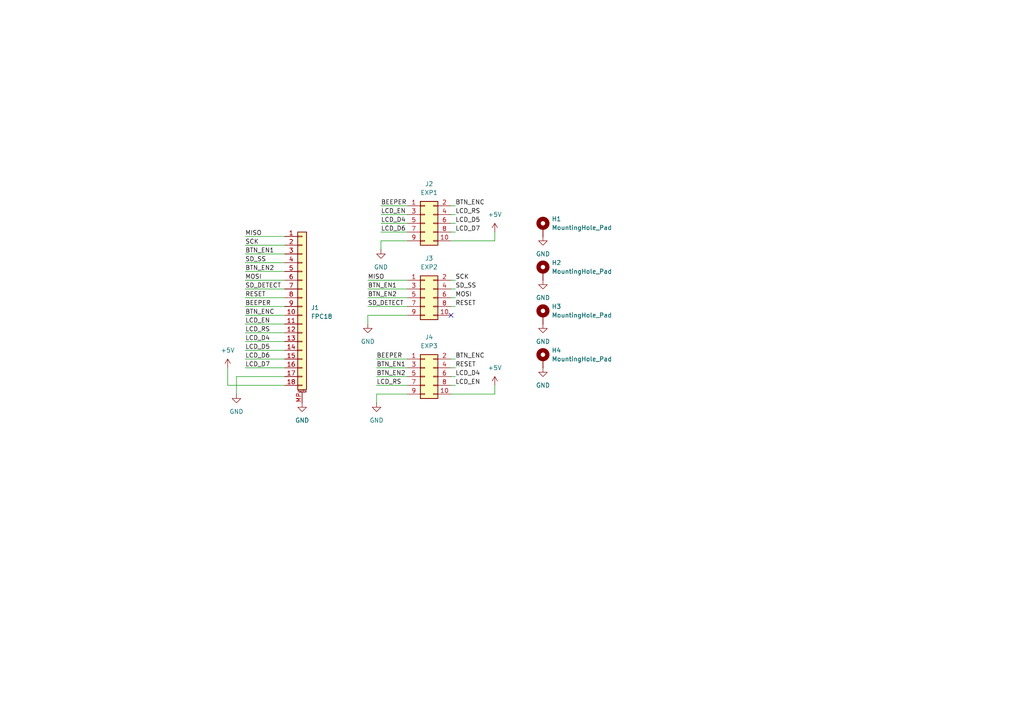
<source format=kicad_sch>
(kicad_sch (version 20231120) (generator "eeschema") (generator_version "8.0")
  (paper "A4")
  (lib_symbols
    (symbol "Connector_Generic:Conn_02x05_Odd_Even" (pin_names (offset 1.016) hide)
      (property "Reference" "J" (at 1.27 7.62 0))
      (property "Value" "Conn_02x05_Odd_Even" (at 1.27 -7.62 0))
      (symbol "Conn_02x05_Odd_Even_1_1"
        (rectangle (start -1.27 -4.953) (end 0 -5.207) (stroke (width 0.1524)))
        (rectangle (start -1.27 -2.413) (end 0 -2.667) (stroke (width 0.1524)))
        (rectangle (start -1.27 0.127) (end 0 -0.127) (stroke (width 0.1524)))
        (rectangle (start -1.27 2.667) (end 0 2.413) (stroke (width 0.1524)))
        (rectangle (start -1.27 5.207) (end 0 4.953) (stroke (width 0.1524)))
        (rectangle (start -1.27 6.35) (end 3.81 -6.35) (stroke (width 0.254)) (fill (type background)))
        (rectangle (start 3.81 -4.953) (end 2.54 -5.207) (stroke (width 0.1524)))
        (rectangle (start 3.81 -2.413) (end 2.54 -2.667) (stroke (width 0.1524)))
        (rectangle (start 3.81 0.127) (end 2.54 -0.127) (stroke (width 0.1524)))
        (rectangle (start 3.81 2.667) (end 2.54 2.413) (stroke (width 0.1524)))
        (rectangle (start 3.81 5.207) (end 2.54 4.953) (stroke (width 0.1524)))
        (pin passive line (at -5.08 5.08 0) (length 3.81) (name "Pin_1") (number "1"))
        (pin passive line (at 7.62 -5.08 180) (length 3.81) (name "Pin_10") (number "10"))
        (pin passive line (at 7.62 5.08 180) (length 3.81) (name "Pin_2") (number "2"))
        (pin passive line (at -5.08 2.54 0) (length 3.81) (name "Pin_3") (number "3"))
        (pin passive line (at 7.62 2.54 180) (length 3.81) (name "Pin_4") (number "4"))
        (pin passive line (at -5.08 0 0) (length 3.81) (name "Pin_5") (number "5"))
        (pin passive line (at 7.62 0 180) (length 3.81) (name "Pin_6") (number "6"))
        (pin passive line (at -5.08 -2.54 0) (length 3.81) (name "Pin_7") (number "7"))
        (pin passive line (at 7.62 -2.54 180) (length 3.81) (name "Pin_8") (number "8"))
        (pin passive line (at -5.08 -5.08 0) (length 3.81) (name "Pin_9") (number "9"))
      )
    )
    (symbol "Connector_Generic_MountingPin:Conn_01x18_MountingPin" (pin_names (offset 1.016) hide)
      (property "Reference" "J" (at 0 22.86 0))
      (property "Value" "Conn_01x18_MountingPin" (at 1.27 -25.4 0))
      (symbol "Conn_01x18_MountingPin_1_1"
        (rectangle (start -1.27 -22.733) (end 0 -22.987) (stroke (width 0.1524)))
        (rectangle (start -1.27 -20.193) (end 0 -20.447) (stroke (width 0.1524)))
        (rectangle (start -1.27 -17.653) (end 0 -17.907) (stroke (width 0.1524)))
        (rectangle (start -1.27 -15.113) (end 0 -15.367) (stroke (width 0.1524)))
        (rectangle (start -1.27 -12.573) (end 0 -12.827) (stroke (width 0.1524)))
        (rectangle (start -1.27 -10.033) (end 0 -10.287) (stroke (width 0.1524)))
        (rectangle (start -1.27 -7.493) (end 0 -7.747) (stroke (width 0.1524)))
        (rectangle (start -1.27 -4.953) (end 0 -5.207) (stroke (width 0.1524)))
        (rectangle (start -1.27 -2.413) (end 0 -2.667) (stroke (width 0.1524)))
        (rectangle (start -1.27 0.127) (end 0 -0.127) (stroke (width 0.1524)))
        (rectangle (start -1.27 2.667) (end 0 2.413) (stroke (width 0.1524)))
        (rectangle (start -1.27 5.207) (end 0 4.953) (stroke (width 0.1524)))
        (rectangle (start -1.27 7.747) (end 0 7.493) (stroke (width 0.1524)))
        (rectangle (start -1.27 10.287) (end 0 10.033) (stroke (width 0.1524)))
        (rectangle (start -1.27 12.827) (end 0 12.573) (stroke (width 0.1524)))
        (rectangle (start -1.27 15.367) (end 0 15.113) (stroke (width 0.1524)))
        (rectangle (start -1.27 17.907) (end 0 17.653) (stroke (width 0.1524)))
        (rectangle (start -1.27 20.447) (end 0 20.193) (stroke (width 0.1524)))
        (rectangle (start -1.27 21.59) (end 1.27 -24.13) (stroke (width 0.254)) (fill (type background)))
        (polyline (pts (xy -1.016 -24.892) (xy 1.016 -24.892)) (stroke (width 0.1524)))
        (text "Mounting" (at 0 -24.511 0) (effects (font (size 0.381 0.381))))
        (pin passive line (at -5.08 20.32 0) (length 3.81) (name "Pin_1") (number "1"))
        (pin passive line (at -5.08 -2.54 0) (length 3.81) (name "Pin_10") (number "10"))
        (pin passive line (at -5.08 -5.08 0) (length 3.81) (name "Pin_11") (number "11"))
        (pin passive line (at -5.08 -7.62 0) (length 3.81) (name "Pin_12") (number "12"))
        (pin passive line (at -5.08 -10.16 0) (length 3.81) (name "Pin_13") (number "13"))
        (pin passive line (at -5.08 -12.7 0) (length 3.81) (name "Pin_14") (number "14"))
        (pin passive line (at -5.08 -15.24 0) (length 3.81) (name "Pin_15") (number "15"))
        (pin passive line (at -5.08 -17.78 0) (length 3.81) (name "Pin_16") (number "16"))
        (pin passive line (at -5.08 -20.32 0) (length 3.81) (name "Pin_17") (number "17"))
        (pin passive line (at -5.08 -22.86 0) (length 3.81) (name "Pin_18") (number "18"))
        (pin passive line (at -5.08 17.78 0) (length 3.81) (name "Pin_2") (number "2"))
        (pin passive line (at -5.08 15.24 0) (length 3.81) (name "Pin_3") (number "3"))
        (pin passive line (at -5.08 12.7 0) (length 3.81) (name "Pin_4") (number "4"))
        (pin passive line (at -5.08 10.16 0) (length 3.81) (name "Pin_5") (number "5"))
        (pin passive line (at -5.08 7.62 0) (length 3.81) (name "Pin_6") (number "6"))
        (pin passive line (at -5.08 5.08 0) (length 3.81) (name "Pin_7") (number "7"))
        (pin passive line (at -5.08 2.54 0) (length 3.81) (name "Pin_8") (number "8"))
        (pin passive line (at -5.08 0 0) (length 3.81) (name "Pin_9") (number "9"))
        (pin passive line (at 0 -27.94 90) (length 3.048) (name "MountPin") (number "MP"))
      )
    )
    (symbol "Mechanical:MountingHole_Pad" (pin_numbers hide) (pin_names (offset 1.016) hide) (exclude_from_sim yes) (in_bom no)
      (property "Reference" "H" (at 0 6.35 0))
      (property "Value" "MountingHole_Pad" (at 0 4.445 0))
      (symbol "MountingHole_Pad_0_1"
        (circle (center 0 1.27) (radius 1.27) (stroke (width 1.27)))
      )
      (symbol "MountingHole_Pad_1_1"
        (pin input line (at 0 -2.54 90) (length 2.54) (name "1") (number "1"))
      )
    )
    (symbol "power:+5V" (power) (pin_numbers hide) (pin_names (offset 0) hide)
      (property "Value" "+5V" (at 0 3.556 0))
      (symbol "+5V_0_1"
        (polyline (pts (xy -0.762 1.27) (xy 0 2.54)))
        (polyline (pts (xy 0 0) (xy 0 2.54)))
        (polyline (pts (xy 0 2.54) (xy 0.762 1.27)))
      )
      (symbol "+5V_1_1"
        (pin power_in line (at 0 0 90) (length 0) (name "~") (number "1"))
      )
    )
    (symbol "power:GND" (power) (pin_numbers hide) (pin_names (offset 0) hide)
      (property "Value" "GND" (at 0 -3.81 0))
      (symbol "GND_0_1"
        (polyline (pts (xy 0 0) (xy 0 -1.27) (xy 1.27 -1.27) (xy 0 -2.54) (xy -1.27 -1.27) (xy 0 -1.27)))
      )
      (symbol "GND_1_1"
        (pin power_in line (at 0 0 270) (length 0) (name "~") (number "1"))
      )
    )
  )
  (no_connect (at 130.81 91.44))
  (wire (pts (xy 71.12 93.98) (xy 82.55 93.98)))
  (wire (pts (xy 132.08 86.36) (xy 130.81 86.36)))
  (wire (pts (xy 106.68 83.82) (xy 118.11 83.82)))
  (wire (pts (xy 106.68 93.98) (xy 106.68 91.44)))
  (wire (pts (xy 71.12 101.6) (xy 82.55 101.6)))
  (wire (pts (xy 71.12 96.52) (xy 82.55 96.52)))
  (wire (pts (xy 110.49 59.69) (xy 118.11 59.69)))
  (wire (pts (xy 110.49 67.31) (xy 118.11 67.31)))
  (wire (pts (xy 143.51 67.31) (xy 143.51 69.85)))
  (wire (pts (xy 71.12 91.44) (xy 82.55 91.44)))
  (wire (pts (xy 109.22 104.14) (xy 118.11 104.14)))
  (wire (pts (xy 132.08 83.82) (xy 130.81 83.82)))
  (wire (pts (xy 130.81 114.3) (xy 143.51 114.3)))
  (wire (pts (xy 132.08 81.28) (xy 130.81 81.28)))
  (wire (pts (xy 130.81 59.69) (xy 132.08 59.69)))
  (wire (pts (xy 130.81 69.85) (xy 143.51 69.85)))
  (wire (pts (xy 130.81 62.23) (xy 132.08 62.23)))
  (wire (pts (xy 109.22 114.3) (xy 118.11 114.3)))
  (wire (pts (xy 110.49 64.77) (xy 118.11 64.77)))
  (wire (pts (xy 71.12 86.36) (xy 82.55 86.36)))
  (wire (pts (xy 110.49 69.85) (xy 118.11 69.85)))
  (wire (pts (xy 71.12 73.66) (xy 82.55 73.66)))
  (wire (pts (xy 106.68 81.28) (xy 118.11 81.28)))
  (wire (pts (xy 143.51 111.76) (xy 143.51 114.3)))
  (wire (pts (xy 71.12 68.58) (xy 82.55 68.58)))
  (wire (pts (xy 106.68 88.9) (xy 118.11 88.9)))
  (wire (pts (xy 66.04 111.76) (xy 82.55 111.76)))
  (wire (pts (xy 132.08 88.9) (xy 130.81 88.9)))
  (wire (pts (xy 66.04 106.68) (xy 66.04 111.76)))
  (wire (pts (xy 71.12 78.74) (xy 82.55 78.74)))
  (wire (pts (xy 109.22 109.22) (xy 118.11 109.22)))
  (wire (pts (xy 71.12 88.9) (xy 82.55 88.9)))
  (wire (pts (xy 132.08 109.22) (xy 130.81 109.22)))
  (wire (pts (xy 109.22 111.76) (xy 118.11 111.76)))
  (wire (pts (xy 71.12 81.28) (xy 82.55 81.28)))
  (wire (pts (xy 68.58 114.3) (xy 68.58 109.22)))
  (wire (pts (xy 109.22 106.68) (xy 118.11 106.68)))
  (wire (pts (xy 132.08 106.68) (xy 130.81 106.68)))
  (wire (pts (xy 106.68 86.36) (xy 118.11 86.36)))
  (wire (pts (xy 132.08 111.76) (xy 130.81 111.76)))
  (wire (pts (xy 106.68 91.44) (xy 118.11 91.44)))
  (wire (pts (xy 71.12 83.82) (xy 82.55 83.82)))
  (wire (pts (xy 71.12 76.2) (xy 82.55 76.2)))
  (wire (pts (xy 132.08 104.14) (xy 130.81 104.14)))
  (wire (pts (xy 110.49 62.23) (xy 118.11 62.23)))
  (wire (pts (xy 109.22 116.84) (xy 109.22 114.3)))
  (wire (pts (xy 71.12 104.14) (xy 82.55 104.14)))
  (wire (pts (xy 68.58 109.22) (xy 82.55 109.22)))
  (wire (pts (xy 130.81 64.77) (xy 132.08 64.77)))
  (wire (pts (xy 71.12 106.68) (xy 82.55 106.68)))
  (wire (pts (xy 130.81 67.31) (xy 132.08 67.31)))
  (wire (pts (xy 110.49 72.39) (xy 110.49 69.85)))
  (wire (pts (xy 71.12 71.12) (xy 82.55 71.12)))
  (wire (pts (xy 71.12 99.06) (xy 82.55 99.06)))
  (label "RESET" (at 71.12 86.36 0))
  (label "BTN_ENC" (at 132.08 104.14 0))
  (label "LCD_RS" (at 71.12 96.52 0))
  (label "RESET" (at 132.08 106.68 0))
  (label "LCD_D4" (at 110.49 64.77 0))
  (label "SD_DETECT" (at 106.68 88.9 0))
  (label "MISO" (at 106.68 81.28 0))
  (label "BTN_EN2" (at 106.68 86.36 0))
  (label "LCD_D5" (at 132.08 64.77 0))
  (label "BTN_EN2" (at 109.22 109.22 0))
  (label "SCK" (at 71.12 71.12 0))
  (label "BEEPER" (at 110.49 59.69 0))
  (label "SD_SS" (at 71.12 76.2 0))
  (label "BTN_ENC" (at 71.12 91.44 0))
  (label "LCD_D4" (at 132.08 109.22 0))
  (label "BEEPER" (at 71.12 88.9 0))
  (label "SD_SS" (at 132.08 83.82 0))
  (label "MOSI" (at 71.12 81.28 0))
  (label "LCD_D7" (at 132.08 67.31 0))
  (label "LCD_RS" (at 132.08 62.23 0))
  (label "LCD_D4" (at 71.12 99.06 0))
  (label "BTN_ENC" (at 132.08 59.69 0))
  (label "LCD_EN" (at 110.49 62.23 0))
  (label "SD_DETECT" (at 71.12 83.82 0))
  (label "LCD_EN" (at 71.12 93.98 0))
  (label "MISO" (at 71.12 68.58 0))
  (label "LCD_D6" (at 110.49 67.31 0))
  (label "BEEPER" (at 109.22 104.14 0))
  (label "BTN_EN1" (at 109.22 106.68 0))
  (label "LCD_D5" (at 71.12 101.6 0))
  (label "LCD_EN" (at 132.08 111.76 0))
  (label "BTN_EN2" (at 71.12 78.74 0))
  (label "LCD_RS" (at 109.22 111.76 0))
  (label "RESET" (at 132.08 88.9 0))
  (label "LCD_D6" (at 71.12 104.14 0))
  (label "SCK" (at 132.08 81.28 0))
  (label "BTN_EN1" (at 106.68 83.82 0))
  (label "BTN_EN1" (at 71.12 73.66 0))
  (label "LCD_D7" (at 71.12 106.68 0))
  (label "MOSI" (at 132.08 86.36 0))
  (symbol (lib_id "Mechanical:MountingHole_Pad") (at 157.48 104.14 0) (unit 1) (exclude_from_sim yes) (in_bom no)
    (property "Reference" "H4" (at 160.02 101.5999 0) (effects (justify left)))
    (property "Value" "MountingHole_Pad" (at 160.02 104.1399 0) (effects (justify left)))
    (property "Footprint" "MountingHole:MountingHole_3.2mm_M3_DIN965_Pad" (effects (hide yes)))
    (property "Description" "Mounting Hole with connection" (effects (hide yes)))
  )
  (symbol (lib_id "power:GND") (at 68.58 114.3 0) (unit 1)
    (property "Reference" "#PWR04" (effects (hide yes)))
    (property "Value" "GND" (at 68.58 119.38 0))
    (property "Description" "Power symbol creates a global label with name \"GND\" , ground" (effects (hide yes)))
  )
  (symbol (lib_id "Mechanical:MountingHole_Pad") (at 157.48 91.44 0) (unit 1) (exclude_from_sim yes) (in_bom no)
    (property "Reference" "H3" (at 160.02 88.8999 0) (effects (justify left)))
    (property "Value" "MountingHole_Pad" (at 160.02 91.4399 0) (effects (justify left)))
    (property "Footprint" "MountingHole:MountingHole_3.2mm_M3_DIN965_Pad" (effects (hide yes)))
    (property "Description" "Mounting Hole with connection" (effects (hide yes)))
  )
  (symbol (lib_id "Connector_Generic:Conn_02x05_Odd_Even") (at 123.19 86.36 0) (unit 1)
    (property "Reference" "J3" (at 124.46 74.93 0))
    (property "Value" "EXP2" (at 124.46 77.47 0))
    (property "Footprint" "Connector_IDC:IDC-Header_2x05_P2.54mm_Vertical" (effects (hide yes)))
    (property "Description" "Generic connector, double row, 02x05, odd/even pin numbering scheme (row 1 odd numbers, row 2 even numbers), script generated (kicad-library-utils/schlib/autogen/connector/)" (effects (hide yes)))
  )
  (symbol (lib_id "Mechanical:MountingHole_Pad") (at 157.48 78.74 0) (unit 1) (exclude_from_sim yes) (in_bom no)
    (property "Reference" "H2" (at 160.02 76.1999 0) (effects (justify left)))
    (property "Value" "MountingHole_Pad" (at 160.02 78.7399 0) (effects (justify left)))
    (property "Footprint" "MountingHole:MountingHole_3.2mm_M3_DIN965_Pad" (effects (hide yes)))
    (property "Description" "Mounting Hole with connection" (effects (hide yes)))
  )
  (symbol (lib_id "power:GND") (at 157.48 68.58 0) (unit 1)
    (property "Reference" "#PWR08" (effects (hide yes)))
    (property "Value" "GND" (at 157.48 73.66 0))
    (property "Description" "Power symbol creates a global label with name \"GND\" , ground" (effects (hide yes)))
  )
  (symbol (lib_id "power:GND") (at 87.63 116.84 0) (unit 1)
    (property "Reference" "#PWR012" (effects (hide yes)))
    (property "Value" "GND" (at 87.63 121.92 0))
    (property "Description" "Power symbol creates a global label with name \"GND\" , ground" (effects (hide yes)))
  )
  (symbol (lib_id "power:+5V") (at 66.04 106.68 0) (unit 1)
    (property "Reference" "#PWR07" (effects (hide yes)))
    (property "Value" "+5V" (at 66.04 101.6 0))
    (property "Description" "Power symbol creates a global label with name \"+5V\"" (effects (hide yes)))
  )
  (symbol (lib_id "power:GND") (at 109.22 116.84 0) (unit 1)
    (property "Reference" "#PWR03" (effects (hide yes)))
    (property "Value" "GND" (at 109.22 121.92 0))
    (property "Description" "Power symbol creates a global label with name \"GND\" , ground" (effects (hide yes)))
  )
  (symbol (lib_id "power:+5V") (at 143.51 111.76 0) (unit 1)
    (property "Reference" "#PWR06" (effects (hide yes)))
    (property "Value" "+5V" (at 143.51 106.68 0))
    (property "Description" "Power symbol creates a global label with name \"+5V\"" (effects (hide yes)))
  )
  (symbol (lib_id "power:GND") (at 157.48 81.28 0) (unit 1)
    (property "Reference" "#PWR09" (effects (hide yes)))
    (property "Value" "GND" (at 157.48 86.36 0))
    (property "Description" "Power symbol creates a global label with name \"GND\" , ground" (effects (hide yes)))
  )
  (symbol (lib_id "Mechanical:MountingHole_Pad") (at 157.48 66.04 0) (unit 1) (exclude_from_sim yes) (in_bom no)
    (property "Reference" "H1" (at 160.02 63.4999 0) (effects (justify left)))
    (property "Value" "MountingHole_Pad" (at 160.02 66.0399 0) (effects (justify left)))
    (property "Footprint" "MountingHole:MountingHole_3.2mm_M3_DIN965_Pad" (effects (hide yes)))
    (property "Description" "Mounting Hole with connection" (effects (hide yes)))
  )
  (symbol (lib_id "power:+5V") (at 143.51 67.31 0) (unit 1)
    (property "Reference" "#PWR05" (effects (hide yes)))
    (property "Value" "+5V" (at 143.51 62.23 0))
    (property "Description" "Power symbol creates a global label with name \"+5V\"" (effects (hide yes)))
  )
  (symbol (lib_id "Connector_Generic:Conn_02x05_Odd_Even") (at 123.19 109.22 0) (unit 1)
    (property "Reference" "J4" (at 124.46 97.79 0))
    (property "Value" "EXP3" (at 124.46 100.33 0))
    (property "Footprint" "Connector_IDC:IDC-Header_2x05_P2.54mm_Vertical" (effects (hide yes)))
    (property "Description" "Generic connector, double row, 02x05, odd/even pin numbering scheme (row 1 odd numbers, row 2 even numbers), script generated (kicad-library-utils/schlib/autogen/connector/)" (effects (hide yes)))
  )
  (symbol (lib_id "Connector_Generic_MountingPin:Conn_01x18_MountingPin") (at 87.63 88.9 0) (unit 1)
    (property "Reference" "J1" (at 90.17 89.2555 0) (effects (justify left)))
    (property "Value" "FPC18" (at 90.17 91.7955 0) (effects (justify left)))
    (property "Footprint" "Connector_FFC-FPC:TE_1-84953-8_1x18-1MP_P1.0mm_Horizontal" (effects (hide yes)))
    (property "Description" "Generic connectable mounting pin connector, single row, 01x18, script generated (kicad-library-utils/schlib/autogen/connector/)" (effects (hide yes)))
  )
  (symbol (lib_id "power:GND") (at 157.48 93.98 0) (unit 1)
    (property "Reference" "#PWR010" (effects (hide yes)))
    (property "Value" "GND" (at 157.48 99.06 0))
    (property "Description" "Power symbol creates a global label with name \"GND\" , ground" (effects (hide yes)))
  )
  (symbol (lib_id "power:GND") (at 106.68 93.98 0) (unit 1)
    (property "Reference" "#PWR02" (effects (hide yes)))
    (property "Value" "GND" (at 106.68 99.06 0))
    (property "Description" "Power symbol creates a global label with name \"GND\" , ground" (effects (hide yes)))
  )
  (symbol (lib_id "power:GND") (at 157.48 106.68 0) (unit 1)
    (property "Reference" "#PWR011" (effects (hide yes)))
    (property "Value" "GND" (at 157.48 111.76 0))
    (property "Description" "Power symbol creates a global label with name \"GND\" , ground" (effects (hide yes)))
  )
  (symbol (lib_id "Connector_Generic:Conn_02x05_Odd_Even") (at 123.19 64.77 0) (unit 1)
    (property "Reference" "J2" (at 124.46 53.34 0))
    (property "Value" "EXP1" (at 124.46 55.88 0))
    (property "Footprint" "Connector_IDC:IDC-Header_2x05_P2.54mm_Vertical" (effects (hide yes)))
    (property "Description" "Generic connector, double row, 02x05, odd/even pin numbering scheme (row 1 odd numbers, row 2 even numbers), script generated (kicad-library-utils/schlib/autogen/connector/)" (effects (hide yes)))
  )
  (symbol (lib_id "power:GND") (at 110.49 72.39 0) (unit 1)
    (property "Reference" "#PWR01" (effects (hide yes)))
    (property "Value" "GND" (at 110.49 77.47 0))
    (property "Description" "Power symbol creates a global label with name \"GND\" , ground" (effects (hide yes)))
  )
)
</source>
